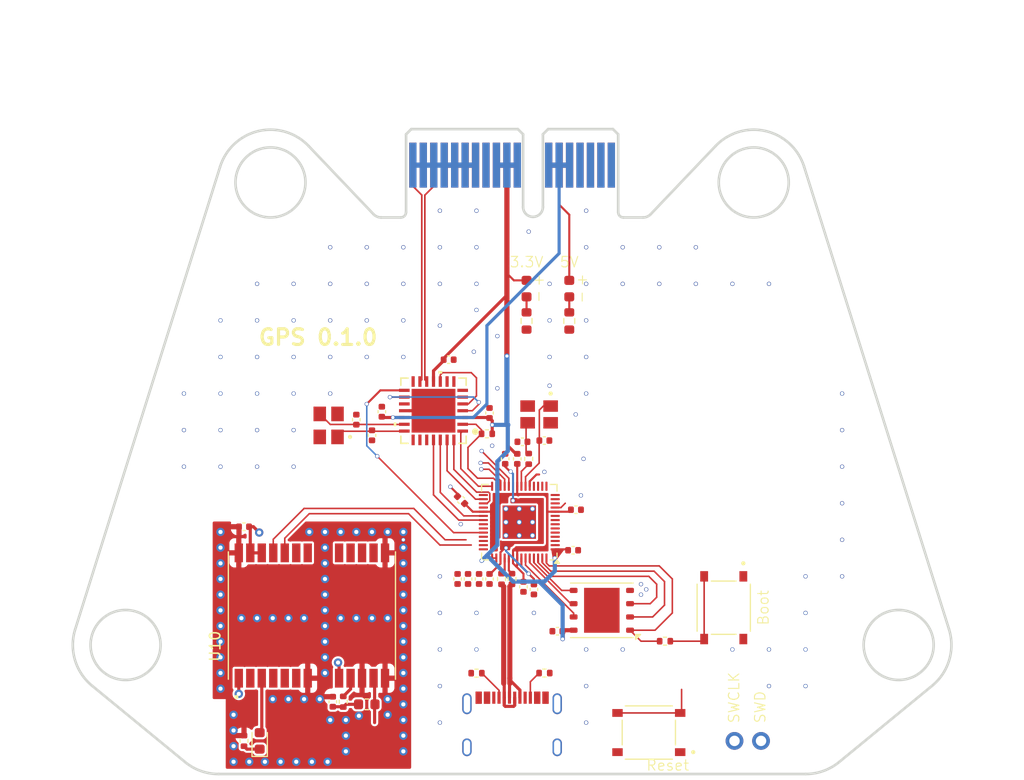
<source format=kicad_pcb>
(kicad_pcb (version 20240108) (generator "pcbnew") (generator_version "8.0")
  (layers (0 "F.Cu" signal) (31 "B.Cu" signal) (34 "B.Paste" user) (35 "F.Paste" user) (36 "B.SilkS" user "B.Silkscreen") (37 "F.SilkS" user "F.Silkscreen") (38 "B.Mask" user) (39 "F.Mask" user) (44 "Edge.Cuts" user))
  (net 0 "")
  (net 1 "+1.1V")
  (net 3 "CANINT")
  (net 4 "/XIN")
  (net 6 "BMPINT")
  (net 7 "BNORESET")
  (net 8 "BNOINT")
  (net 9 "CS")
  (net 10 "CANSTBY")
  (net 12 "GND")
  (net 13 "/USB_D2+")
  (net 14 "USB_D+")
  (net 15 "/XOUT_pre")
  (net 17 "SI")
  (net 18 "SCK")
  (net 19 "SO")
  (net 20 "USB_D-")
  (net 23 "/XOUT")
  (net 26 "OSC1")
  (net 28 "BOOT_LOAD")
  (net 30 "OSC2")
  (net 31 "tx")
  (net 32 "/QSPI_SS")
  (net 33 "/QSPI_SCLK")
  (net 34 "/QSPI_SD1")
  (net 35 "/QSPI_SD0")
  (net 36 "/QSPI_SD3")
  (net 37 "/QSPI_SD2")
  (net 38 "/~{USB_BOOT_S}")
  (net 40 "/USB_D2-")
  (net 41 "+3.3V")
  (net 46 "CANRESET")
  (net 48 "rx")
  (net 52 "+5V")
  (net 53 "/SWD")
  (net 54 "/SWCLK")
  (net 55 "/RUN")
  (net 56 "SDA0")
  (net 57 "SCL0")
  (net 58 "SDA1")
  (net 59 "SCL1")
  (net 60 "unconnected-(U2-GPIO0-Pad2)")
  (net 70 "CANN")
  (net 71 "CANP")
  (net 77 "Net-(D1-K)")
  (net 78 "Net-(D2-K)")
  (net 85 "Net-(J6-CC2)")
  (net 86 "Net-(J6-CC1)")
  (footprint "Package_SON:WSON-8-1EP_6x5mm_P1.27mm_EP3.4x4.3mm" (layer "F.Cu") (at 155 106.75 180)
    (property "Reference" "U4" (hide yes))
    (property "Value" "W25Q128JVP" (hide yes))
  )
  (footprint "Capacitor_SMD:C_0402_1005Metric" (layer "F.Cu") (at 146.905904 92.252137 90)
    (property "Reference" "C214" (hide yes))
    (property "Value" "100n" (hide yes))
  )
  (footprint "Resistor_SMD:R_0402_1005Metric" (layer "F.Cu") (at 148 92.25 90)
    (property "Reference" "R12" (hide yes))
    (property "Value" "1k" (hide yes))
  )
  (footprint "Resistor_SMD:R_0402_1005Metric" (layer "F.Cu") (at 145.400183 103.75 90)
    (property "Reference" "R204" (hide yes))
    (property "Value" "27" (hide yes))
  )
  (footprint "Capacitor_SMD:C_0402_1005Metric" (layer "F.Cu") (at 141.525268 96.188915 135)
    (property "Reference" "C212" (hide yes))
    (property "Value" "100n" (hide yes))
  )
  (footprint "Resistor_SMD:R_0402_1005Metric" (layer "F.Cu") (at 130.25 115.5 -90)
    (property "Reference" "R3")
    (property "Value" "10R")
  )
  (footprint "Capacitor_SMD:C_0402_1005Metric" (layer "F.Cu") (at 145.75 92.25 90)
    (property "Reference" "C207" (hide yes))
    (property "Value" "100n" (hide yes))
  )
  (footprint "X322516MLB4SI:OSC_X322516MLB4SI" (layer "F.Cu") (at 128.85 89.051477 180)
    (property "Reference" "Y2" (hide yes))
    (property "Value" "X322516MLB4SI" (hide yes))
  )
  (footprint "Resistor_SMD:R_0603_1608Metric" (layer "F.Cu") (at 151.885 79.055 -90)
    (property "Reference" "R2" (hide yes))
    (property "Value" "150")
  )
  (footprint "LED_SMD:LED_0603_1608Metric" (layer "F.Cu") (at 147.795 75.955 90)
    (property "Reference" "D1" (hide yes))
    (property "Value" "LED")
  )
  (footprint "Inductor_SMD:L_0603_1608Metric" (layer "F.Cu") (at 132.5 115.75)
    (property "Reference" "L5")
    (property "Value" "27n >300mA")
  )
  (footprint "Resistor_SMD:R_0402_1005Metric" (layer "F.Cu") (at 120.75 119.25 90)
    (property "Reference" "R4")
    (property "Value" "1k")
  )
  (footprint "GPSLIB:XCVR_NEO-M9N-00B" (layer "F.Cu") (at 127.25 107.25 90)
    (property "Reference" "U10")
    (property "Value" "NEO-M9N")
  )
  (footprint "MCP25625T_E_ML:QFN28_6X6MC_MCH" (layer "F.Cu") (at 138.887999 87.644025 180)
    (property "Reference" "U9" (hide yes))
    (property "Value" "MCP25625T-E/ML" (hide yes))
  )
  (footprint "Capacitor_SMD:C_0402_1005Metric" (layer "F.Cu") (at 149.5 90.5)
    (property "Reference" "C10" (hide yes))
    (property "Value" "15p" (hide yes))
  )
  (footprint "Capacitor_SMD:C_0402_1005Metric" (layer "F.Cu") (at 148.5 104.75 -90)
    (property "Reference" "C206" (hide yes))
    (property "Value" "100n" (hide yes))
  )
  (footprint "Capacitor_SMD:C_0402_1005Metric" (layer "F.Cu") (at 152.25 101)
    (property "Reference" "C211" (hide yes))
    (property "Value" "100n" (hide yes))
  )
  (footprint "Resistor_SMD:R_0603_1608Metric" (layer "F.Cu") (at 147.795 79.055 -90)
    (property "Reference" "R1" (hide yes))
    (property "Value" "150")
  )
  (footprint "Capacitor_SMD:C_0402_1005Metric" (layer "F.Cu") (at 144.25 103.75 -90)
    (property "Reference" "C208" (hide yes))
    (property "Value" "1u" (hide yes))
  )
  (footprint "LED_SMD:LED_0603_1608Metric" (layer "F.Cu") (at 151.885 75.955 90)
    (property "Reference" "D2" (hide yes))
    (property "Value" "LED")
  )
  (footprint "TS-1187A-B-A-B:SW_TS-1187A-B-A-B" (layer "F.Cu") (at 159.5 118.45 180)
    (property "Reference" "S2" (hide yes))
    (property "Value" "TS-1187A-B-A-B" (hide yes))
  )
  (footprint "Capacitor_SMD:C_0402_1005Metric" (layer "F.Cu") (at 129.25 115.5 90)
    (property "Reference" "C32")
    (property "Value" "100n 10% 16V X7R")
  )
  (footprint "LED_SMD:LED_0603_1608Metric" (layer "F.Cu") (at 122.25 119.25 90)
    (property "Reference" "D2")
    (property "Value" "BLUE")
  )
  (footprint "Capacitor_SMD:C_0402_1005Metric" (layer "F.Cu") (at 147.401053 90.619624 180)
    (property "Reference" "C11" (hide yes))
    (property "Value" "15p" (hide yes))
  )
  (footprint "Connector_USB:USB_C_Receptacle_Palconn_UTC16-G" (layer "F.Cu") (at 146.41 117.625)
    (property "Reference" "J6" (hide yes))
    (property "Value" "USB_C_Receptacle_USB2.0_16P" (hide yes))
  )
  (footprint "ABM8-272-T3:ABM8-272-T3_ABR" (layer "F.Cu") (at 149 88 -90)
    (property "Reference" "X1" (hide yes))
    (property "Value" "ABM8-272-T3" (hide yes))
  )
  (footprint "Capacitor_SMD:C_0402_1005Metric" (layer "F.Cu") (at 152.523705 97.122962)
    (property "Reference" "C213" (hide yes))
    (property "Value" "100n" (hide yes))
  )
  (footprint "Capacitor_SMD:C_0402_1005Metric" (layer "F.Cu") (at 142.194841 103.749524 -90)
    (property "Reference" "C216" (hide yes))
    (property "Value" "100n" (hide yes))
  )
  (footprint "Capacitor_SMD:C_0402_1005Metric" (layer "F.Cu") (at 141.194841 103.749524 -90)
    (property "Reference" "C215" (hide yes))
    (property "Value" "100n" (hide yes))
  )
  (footprint "Resistor_SMD:R_0402_1005Metric" (layer "F.Cu") (at 144 89.854549 180)
    (property "Reference" "R91" (hide yes))
    (property "Value" "10k" (hide yes))
  )
  (footprint "Capacitor_SMD:C_0402_1005Metric" (layer "F.Cu") (at 143.25 103.75 -90)
    (property "Reference" "C210" (hide yes))
    (property "Value" "1u" (hide yes))
  )
  (footprint "Capacitor_SMD:C_0402_1005Metric" (layer "F.Cu") (at 133.942338 87.740095 90)
    (property "Reference" "C93" (hide yes))
    (property "Value" "100n" (hide yes))
  )
  (footprint "Resistor_SMD:R_0402_1005Metric" (layer "F.Cu") (at 146.400183 103.75 90)
    (property "Reference" "R203" (hide yes))
    (property "Value" "27" (hide yes))
  )
  (footprint "Resistor_SMD:R_0402_1005Metric" (layer "F.Cu") (at 143.005 112.765)
    (property "Reference" "R4" (hide yes))
    (property "Value" "5.1k" (hide yes))
  )
  (footprint "Package_DFN_QFN:QFN-56-1EP_7x7mm_P0.4mm_EP3.2x3.2mm" (layer "F.Cu") (at 147.1 98.3125 180)
    (property "Reference" "U2" (hide yes))
    (property "Value" "RP2040" (hide yes))
  )
  (footprint "Resistor_SMD:R_0402_1005Metric" (layer "F.Cu") (at 161.045 109.705)
    (property "Reference" "R30" (hide yes))
    (property "Value" "1k" (hide yes))
  )
  (footprint "Capacitor_SMD:C_0402_1005Metric" (layer "F.Cu") (at 150.75 108.75 180)
    (property "Reference" "C40" (hide yes))
    (property "Value" "100n" (hide yes))
  )
  (footprint "Resistor_SMD:R_0402_1005Metric" (layer "F.Cu") (at 149.505 112.755)
    (property "Reference" "R3" (hide yes))
    (property "Value" "5.1k" (hide yes))
  )
  (footprint "Capacitor_SMD:C_0402_1005Metric" (layer "F.Cu") (at 140.339105 82.759702)
    (property "Reference" "C90" (hide yes))
    (property "Value" "100n" (hide yes))
  )
  (footprint "Capacitor_SMD:C_0402_1005Metric" (layer "F.Cu") (at 120.75 98.75 180)
    (property "Reference" "C33")
    (property "Value" "100n")
  )
  (footprint "Capacitor_SMD:C_0402_1005Metric" (layer "F.Cu") (at 144.249829 87.861863 90)
    (property "Reference" "C92" (hide yes))
    (property "Value" "100n" (hide yes))
  )
  (footprint "TS-1187A-B-A-B:SW_TS-1187A-B-A-B" (layer "F.Cu") (at 166.67 106.5 -90)
    (property "Reference" "S1" (hide yes))
    (property "Value" "TS-1187A-B-A-B" (hide yes))
  )
  (footprint "Capacitor_SMD:C_0402_1005Metric" (layer "F.Cu") (at 147.5 104.5 -90)
    (property "Reference" "C209" (hide yes))
    (property "Value" "100n" (hide yes))
  )
  (footprint "Connector_PinHeader_2.54mm:PinHeader_1x02_P2.54mm_Vertical" (layer "F.Cu") (at 167.7 119.25 90)
    (property "Reference" "J4" (hide yes))
    (property "Value" "Conn_01x02" (hide yes))
  )
  (footprint "Capacitor_SMD:C_0402_1005Metric" (layer "F.Cu") (at 133 90 -90)
    (property "Reference" "C94" (hide yes))
    (property "Value" "22p" (hide yes))
  )
  (footprint "Capacitor_SMD:C_0402_1005Metric" (layer "F.Cu") (at 131.5 88.5 90)
    (property "Reference" "C95" (hide yes))
    (property "Value" "22p" (hide yes))
  )
  (footprint "Connector_PCBEdge:BUS_PCIexpress_x1" (layer "B.Cu") (at 136.913 64.138595)
    (property "Reference" "J1" (hide yes))
    (property "Value" "Bus_PCI_Express_x1" (hide yes))
    (fp_line (start -0.65 -2.95) (end -0.65 4.506267) (stroke (width 0.25)) (layer "Edge.Cuts"))
    (fp_line (start -0.15 -3.45) (end -0.65 -2.95) (stroke (width 0.25)) (layer "Edge.Cuts"))
    (fp_line (start 10.05 -3.45) (end -0.15 -3.45) (stroke (width 0.25)) (layer "Edge.Cuts"))
    (fp_line (start 10.05 -3.45) (end 10.55 -2.95) (stroke (width 0.25)) (layer "Edge.Cuts"))
    (fp_line (start 10.55 -2.95) (end 10.55 4) (stroke (width 0.25)) (layer "Edge.Cuts"))
    (fp_line (start 12.45 -2.95) (end 12.45 4) (stroke (width 0.25)) (layer "Edge.Cuts"))
    (fp_line (start 12.95 -3.45) (end 12.45 -2.95) (stroke (width 0.25)) (layer "Edge.Cuts"))
    (fp_line (start 19.15 -3.45) (end 12.95 -3.45) (stroke (width 0.25)) (layer "Edge.Cuts"))
    (fp_line (start 19.15 -3.45) (end 19.65 -2.95) (stroke (width 0.25)) (layer "Edge.Cuts"))
    (fp_line (start 19.65 4.506267) (end 19.65 -2.95) (stroke (width 0.25)) (layer "Edge.Cuts"))
    (fp_arc (start 12.45 4) (mid 11.5 4.95) (end 10.55 4) (stroke (width 0.25)) (layer "Edge.Cuts"))
  )
  (gr_line (start 159.678146 68.835513) (end 165.883818 62.312636) (stroke (width 0.25)) (layer "Edge.Cuts"))
  (gr_line (start 133.143972 68.831791) (end 126.941843 62.312637) (stroke (width 0.25)) (layer "Edge.Cuts"))
  (gr_line (start 174.511605 122.419976) (end 118.31403 122.419976) (stroke (width 0.25)) (layer "Edge.Cuts"))
  (gr_circle (center 183.413305 110.068595) (end 180.063305 110.068595) (stroke (width 0.25)) (fill none) (layer "Edge.Cuts"))
  (gr_arc (start 159.678146 68.835513) (mid 159.347804 69.065283) (end 158.95364 69.146243) (stroke (width 0.25)) (layer "Edge.Cuts"))
  (gr_arc (start 188.23235 108.558858) (mid 188.252259 111.513246) (end 186.615928 113.973169) (stroke (width 0.25)) (layer "Edge.Cuts"))
  (gr_line (start 133.87203 69.146243) (end 135.755183 69.146243) (stroke (width 0.25)) (layer "Edge.Cuts"))
  (gr_arc (start 118.31403 122.419976) (mid 116.613396 122.125003) (end 115.111431 121.274551) (stroke (width 0.25)) (layer "Edge.Cuts"))
  (gr_line (start 158.95364 69.146243) (end 157.070478 69.146243) (stroke (width 0.25)) (layer "Edge.Cuts"))
  (gr_line (start 174.361605 64.283721) (end 174.361606 64.283721) (stroke (width 0.25)) (layer "Edge.Cuts"))
  (gr_line (start 186.615928 113.973169) (end 177.714231 121.274549) (stroke (width 0.25)) (layer "Edge.Cuts"))
  (gr_arc (start 133.87203 69.146243) (mid 133.475493 69.064276) (end 133.143972 68.831791) (stroke (width 0.25)) (layer "Edge.Cuts"))
  (gr_arc (start 165.883818 62.312636) (mid 170.686181 60.874652) (end 174.361605 64.283721) (stroke (width 0.25)) (layer "Edge.Cuts"))
  (gr_arc (start 118.464055 64.28372) (mid 122.13948 60.874652) (end 126.941843 62.312637) (stroke (width 0.25)) (layer "Edge.Cuts"))
  (gr_circle (center 109.412355 110.068595) (end 106.062355 110.068595) (stroke (width 0.25)) (fill none) (layer "Edge.Cuts"))
  (gr_arc (start 136.255183 68.646276) (mid 136.108734 68.999813) (end 135.755183 69.146243) (stroke (width 0.25)) (layer "Edge.Cuts"))
  (gr_line (start 174.361606 64.283721) (end 188.23235 108.558858) (stroke (width 0.25)) (layer "Edge.Cuts"))
  (gr_circle (center 169.54256 65.793456) (end 166.19256 65.793456) (stroke (width 0.25)) (fill none) (layer "Edge.Cuts"))
  (gr_circle (center 123.2831 65.793456) (end 119.9331 65.793456) (stroke (width 0.25)) (fill none) (layer "Edge.Cuts"))
  (gr_line (start 106.209767 113.973198) (end 115.111431 121.274551) (stroke (width 0.25)) (layer "Edge.Cuts"))
  (gr_line (start 118.464055 64.28372) (end 118.464054 64.28372) (stroke (width 0.25)) (layer "Edge.Cuts"))
  (gr_arc (start 157.070478 69.146243) (mid 156.716924 68.999796) (end 156.570477 68.646242) (stroke (width 0.25)) (layer "Edge.Cuts"))
  (gr_line (start 118.464054 64.28372) (end 104.588376 108.574607) (stroke (width 0.25)) (layer "Edge.Cuts"))
  (gr_arc (start 106.209767 113.973198) (mid 104.575789 111.521169) (end 104.588376 108.574607) (stroke (width 0.25)) (layer "Edge.Cuts"))
  (gr_arc (start 177.714231 121.274549) (mid 176.212253 122.125005) (end 174.511605 122.419976) (stroke (width 0.25)) (layer "Edge.Cuts"))
  (gr_text "GPS 0.1.0" (at 122 81.5 0) (layer "F.SilkS") (effects (font (size 1.5 1.5) (thickness 0.3) (bold yes)) (justify left bottom)))
  (gr_text "SWCLK" (at 168.24 117.625 90) (layer "F.SilkS") (effects (font (size 1 1) (thickness 0.1)) (justify left bottom)))
  (gr_text "Boot" (at 171.045 106.5 90) (layer "F.SilkS") (effects (font (size 1 1) (thickness 0.1)) (justify bottom)))
  (gr_text "5V" (at 151.885 74 0) (layer "F.SilkS") (effects (font (size 1 1) (thickness 0.1)) (justify bottom)))
  (gr_text "Reset" (at 161.3125 122.175 0) (layer "F.SilkS") (effects (font (size 1 1) (thickness 0.1)) (justify bottom)))
  (gr_text "3.3V" (at 147.795 74 0) (layer "F.SilkS") (effects (font (size 1 1) (thickness 0.1)) (justify bottom)))
  (gr_text "SWD" (at 170.74 117.625 90) (layer "F.SilkS") (effects (font (size 1 1) (thickness 0.1)) (justify left bottom)))
  (segment (start 122.45 113.25) (end 122.45 118.2625) (width 0.3) (layer "F.Cu") (net 0))
  (segment (start 136.5 97.5) (end 139.5 100.5) (width 0.15) (layer "F.Cu") (net 0))
  (segment (start 122.203506 99.303505) (end 121.650001 98.75) (width 0.3) (layer "F.Cu") (net 0))
  (segment (start 130.22 115.98) (end 130.25 116.01) (width 0.3) (layer "F.Cu") (net 0))
  (segment (start 130.95 114.29) (end 130.95 113.25) (width 0.3) (layer "F.Cu") (net 0))
  (segment (start 121.35 101.25) (end 121.35 98.87) (width 0.3) (layer "F.Cu") (net 0))
  (segment (start 122.45 118.2625) (end 122.25 118.4625) (width 0.3) (layer "F.Cu") (net 0))
  (segment (start 120.25 113.25) (end 120.25 114.75) (width 0.3) (layer "F.Cu") (net 0))
  (segment (start 122.45 101.25) (end 121.35 101.25) (width 0.3) (layer "F.Cu") (net 0))
  (segment (start 123.55 99.95) (end 123.55 101.25) (width 0.15) (layer "F.Cu") (net 0))
  (segment (start 133.25 117.5) (end 133.25 113.35) (width 0.3) (layer "F.Cu") (net 0))
  (segment (start 121.35 98.87) (end 121.23 98.75) (width 0.3) (layer "F.Cu") (net 0))
  (segment (start 131.7125 115.75) (end 130.51 115.75) (width 0.3) (layer "F.Cu") (net 0))
  (segment (start 130.51 115.75) (end 130.25 116.01) (width 0.3) (layer "F.Cu") (net 0))
  (segment (start 129.85 111.85) (end 129.75 111.75) (width 0.3) (layer "F.Cu") (net 0))
  (segment (start 140 100) (end 137 97) (width 0.15) (layer "F.Cu") (net 0))
  (segment (start 124.65 101.25) (end 124.65 99.85) (width 0.15) (layer "F.Cu") (net 0))
  (segment (start 137 97) (end 126.5 97) (width 0.15) (layer "F.Cu") (net 0))
  (segment (start 127 97.5) (end 136.5 97.5) (width 0.15) (layer "F.Cu") (net 0))
  (segment (start 121.650001 98.75) (end 121.23 98.75) (width 0.3) (layer "F.Cu") (net 0))
  (segment (start 129.25 115.98) (end 130.22 115.98) (width 0.3) (layer "F.Cu") (net 0))
  (segment (start 126.5 97) (end 123.55 99.95) (width 0.15) (layer "F.Cu") (net 0))
  (segment (start 130.25 114.99) (end 130.95 114.29) (width 0.3) (layer "F.Cu") (net 0))
  (segment (start 133.25 113.35) (end 133.15 113.25) (width 0.3) (layer "F.Cu") (net 0))
  (segment (start 124.65 99.85) (end 127 97.5) (width 0.15) (layer "F.Cu") (net 0))
  (segment (start 129.85 113.25) (end 129.85 111.85) (width 0.3) (layer "F.Cu") (net 0))
  (segment (start 142 100) (end 140 100) (width 0.15) (layer "F.Cu") (net 0))
  (segment (start 139.5 100.5) (end 142.5 100.5) (width 0.15) (layer "F.Cu") (net 0))
  (via (at 122.203506 99.303505) (size 0.8) (drill 0.4) (layers "F.Cu" "B.Cu") (net 0))
  (via (at 120.25 114.75) (size 0.8) (drill 0.4) (layers "F.Cu" "B.Cu") (net 0))
  (via (at 129.75 111.75) (size 0.8) (drill 0.4) (layers "F.Cu" "B.Cu") (net 0))
  (segment (start 145.75 93) (end 145.75 92.73) (width 0.2) (layer "F.Cu") (net 1))
  (segment (start 148 103.25) (end 148.5 103.75) (width 0.2) (layer "F.Cu") (net 1))
  (segment (start 145.3 102.28386) (end 144.31386 103.27) (width 0.2) (layer "F.Cu") (net 1))
  (segment (start 146.278167 93.471833) (end 146.221833 93.471833) (width 0.15) (layer "F.Cu") (net 1))
  (segment (start 148.5 103.75) (end 148.5 104.27) (width 0.2) (layer "F.Cu") (net 1))
  (segment (start 145.716508 100.783492) (end 145.830177 100.783492) (width 0.2) (layer "F.Cu") (net 1))
  (segment (start 146.278167 93.471833) (end 146.5 93.693666) (width 0.15) (layer "F.Cu") (net 1))
  (segment (start 147.3 101.75) (end 147.3 102.55) (width 0.2) (layer "F.Cu") (net 1))
  (segment (start 145.3 101.75) (end 145.3 102.28386) (width 0.2) (layer "F.Cu") (net 1))
  (segment (start 144.31386 103.27) (end 144.25 103.27) (width 0.2) (layer "F.Cu") (net 1))
  (segment (start 146.221833 93.471833) (end 145.75 93) (width 0.2) (layer "F.Cu") (net 1))
  (segment (start 147.3 102.55) (end 148 103.25) (width 0.2) (layer "F.Cu") (net 1))
  (segment (start 145.3 101.2) (end 145.716508 100.783492) (width 0.2) (layer "F.Cu") (net 1))
  (segment (start 146.5 93.693666) (end 146.5 94.875) (width 0.15) (layer "F.Cu") (net 1))
  (segment (start 145.3 101.75) (end 145.3 101.2) (width 0.2) (layer "F.Cu") (net 1))
  (via (at 146.5 96.25) (size 0.4) (drill 0.3) (layers "F.Cu" "B.Cu") (net 1))
  (via (at 148 103.25) (size 0.4) (drill 0.3) (layers "F.Cu" "B.Cu") (net 1))
  (via (at 146.278167 93.471833) (size 0.4) (drill 0.3) (layers "F.Cu" "B.Cu") (net 1))
  (via (at 145.830177 100.783492) (size 0.4) (drill 0.3) (layers "F.Cu" "B.Cu") (net 1))
  (segment (start 146.5 93.693666) (end 146.278167 93.471833) (width 0.2) (layer "B.Cu") (net 1))
  (segment (start 145.830177 100.783492) (end 145.830177 101.080177) (width 0.2) (layer "B.Cu") (net 1))
  (segment (start 146.5 96.25) (end 146.5 93.693666) (width 0.2) (layer "B.Cu") (net 1))
  (segment (start 145.830177 101.080177) (end 148 103.25) (width 0.2) (layer "B.Cu") (net 1))
  (segment (start 138.887999 95.696007) (end 141.304492 98.1125) (width 0.15) (layer "F.Cu") (net 3))
  (segment (start 141.304492 98.1125) (end 143.6625 98.1125) (width 0.15) (layer "F.Cu") (net 3))
  (segment (start 138.887999 90.438025) (end 138.887999 95.696007) (width 0.15) (layer "F.Cu") (net 3))
  (segment (start 149.02 90.5) (end 149.02 87.580001) (width 0.15) (layer "F.Cu") (net 4))
  (segment (start 149.02 87.580001) (end 149.400002 87.199999) (width 0.15) (layer "F.Cu") (net 4))
  (segment (start 149 90.52) (end 149 92.663247) (width 0.15) (layer "F.Cu") (net 4))
  (segment (start 149.400002 87.199999) (end 150.1 87.199999) (width 0.15) (layer "F.Cu") (net 4))
  (segment (start 147.7 93.963247) (end 147.7 94.875) (width 0.15) (layer "F.Cu") (net 4))
  (segment (start 149 92.663247) (end 147.7 93.963247) (width 0.15) (layer "F.Cu") (net 4))
  (segment (start 149.02 90.5) (end 149 90.52) (width 0.15) (layer "F.Cu") (net 4))
  (segment (start 141.5 89.776025) (end 141.5 93.188949) (width 0.15) (layer "F.Cu") (net 9))
  (segment (start 143.186051 94.875) (end 144.5 94.875) (width 0.15) (layer "F.Cu") (net 9))
  (segment (start 141.681999 89.594026) (end 141.5 89.776025) (width 0.15) (layer "F.Cu") (net 9))
  (segment (start 141.5 93.188949) (end 143.186051 94.875) (width 0.15) (layer "F.Cu") (net 9))
  (segment (start 132.5 87) (end 133.805976 85.694024) (width 0.2) (layer "F.Cu") (net 10))
  (segment (start 133.5 92) (end 140.8125 99.3125) (width 0.15) (layer "F.Cu") (net 10))
  (segment (start 133.805976 85.694024) (end 136.093999 85.694024) (width 0.2) (layer "F.Cu") (net 10))
  (segment (start 140.8125 99.3125) (end 143.6625 99.3125) (width 0.15) (layer "F.Cu") (net 10))
  (via (at 133.5 92) (size 0.4) (drill 0.3) (layers "F.Cu" "B.Cu") (net 10))
  (via (at 132.5 87) (size 0.4) (drill 0.3) (layers "F.Cu" "B.Cu") (net 10))
  (segment (start 132.5 87) (end 132.5 91) (width 0.15) (layer "B.Cu") (net 10))
  (segment (start 132.5 91) (end 133.5 92) (width 0.15) (layer "B.Cu") (net 10))
  (segment (start 146.772137 91.772137) (end 146 91) (width 0.3) (layer "F.Cu") (net 12))
  (segment (start 148.1 86.949999) (end 147.95 86.949999) (width 0.15) (layer "F.Cu") (net 12))
  (segment (start 142.913 64.138595) (end 139.913 64.138595) (width 0.5) (layer "F.Cu") (net 12))
  (segment (start 146.905904 91.772137) (end 146.772137 91.772137) (width 0.3) (layer "F.Cu") (net 12))
  (segment (start 141.185857 95.849504) (end 141.185857 95.607337) (width 0.2) (layer "F.Cu") (net 12))
  (segment (start 138.407065 89.186934) (end 138.407065 88.957723) (width 0.2) (layer "F.Cu") (net 12))
  (segment (start 141.185857 95.607337) (end 140.5 94.92148) (width 0.2) (layer "F.Cu") (net 12))
  (segment (start 136.605075 87.644025) (end 139.399075 87.644025) (width 0.3) (layer "F.Cu") (net 12))
  (segment (start 148.75 93.75) (end 149 93.75) (width 0.2) (layer "F.Cu") (net 12))
  (segment (start 148.1 94.875) (end 148.1 94.4) (width 0.2) (layer "F.Cu") (net 12))
  (segment (start 148.1 94.4) (end 148.75 93.75) (width 0.2) (layer "F.Cu") (net 12))
  (via (at 153 95.75) (size 0.4) (drill 0.3) (layers "F.Cu" "B.Cu") (net 12))
  (via (at 134.5 115.25) (size 0.8) (drill 0.4) (layers "F.Cu" "B.Cu") (net 12))
  (via (at 149.5 93.5) (size 0.4) (drill 0.3) (layers "F.Cu" "B.Cu") (net 12))
  (via (at 118.5 108.25) (size 0.8) (drill 0.4) (layers "F.Cu" "B.Cu") (net 12))
  (via (at 158.75 104.25) (size 0.4) (drill 0.3) (layers "F.Cu" "B.Cu") (net 12))
  (via (at 143 72) (size 0.4) (drill 0.3) (layers "F.Cu" "B.Cu") (net 12))
  (via (at 140.5 94.92148) (size 0.4) (drill 0.3) (layers "F.Cu" "B.Cu") (net 12))
  (via (at 171 75.5) (size 0.4) (drill 0.3) (layers "F.Cu" "B.Cu") (net 12))
  (via (at 139.5 72) (size 0.4) (drill 0.3) (layers "F.Cu" "B.Cu") (net 12))
  (via (at 123.5 107.5) (size 0.8) (drill 0.4) (layers "F.Cu" "B.Cu") (net 12))
  (via (at 130.5 118.75) (size 0.8) (drill 0.4) (layers "F.Cu" "B.Cu") (net 12))
  (via (at 153.5 110.5) (size 0.4) (drill 0.3) (layers "F.Cu" "B.Cu") (net 12))
  (via (at 118.5 99.25) (size 0.8) (drill 0.4) (layers "F.Cu" "B.Cu") (net 12))
  (via (at 160.5 75.5) (size 0.4) (drill 0.3) (layers "F.Cu" "B.Cu") (net 12))
  (via (at 122 75.5) (size 0.4) (drill 0.3) (layers "F.Cu" "B.Cu") (net 12))
  (via (at 136 115.75) (size 0.8) (drill 0.4) (layers "F.Cu" "B.Cu") (net 12))
  (via (at 129 79) (size 0.4) (drill 0.3) (layers "F.Cu" "B.Cu") (net 12))
  (via (at 133 99.25) (size 0.8) (drill 0.4) (layers "F.Cu" "B.Cu") (net 12))
  (via (at 178 103.5) (size 0.4) (drill 0.3) (layers "F.Cu" "B.Cu") (net 12))
  (via (at 143 68.5) (size 0.4) (drill 0.3) (layers "F.Cu" "B.Cu") (net 12))
  (via (at 136 79) (size 0.4) (drill 0.3) (layers "F.Cu" "B.Cu") (net 12))
  (via (at 144.5 91) (size 0.4) (drill 0.3) (layers "F.Cu" "B.Cu") (net 12))
  (via (at 118.5 105.25) (size 0.8) (drill 0.4) (layers "F.Cu" "B.Cu") (net 12))
  (via (at 122 86) (size 0.4) (drill 0.3) (layers "F.Cu" "B.Cu") (net 12))
  (via (at 174.5 114) (size 0.4) (drill 0.3) (layers "F.Cu" "B.Cu") (net 12))
  (via (at 145.818053 99.587234) (size 0.5) (drill 0.35) (layers "F.Cu" "B.Cu") (net 12))
  (via (at 126.5 115.25) (size 0.8) (drill 0.4) (layers "F.Cu" "B.Cu") (net 12))
  (via (at 148.5 110.5) (size 0.4) (drill 0.3) (layers "F.Cu" "B.Cu") (net 12))
  (via (at 136 75.5) (size 0.4) (drill 0.3) (layers "F.Cu" "B.Cu") (net 12))
  (via (at 125 107.5) (size 0.8) (drill 0.4) (layers "F.Cu" "B.Cu") (net 12))
  (via (at 130.5 117.25) (size 0.8) (drill 0.4) (layers "F.Cu" "B.Cu") (net 12))
  (via (at 136 100) (size 0.4) (drill 0.3) (layers "F.Cu" "B.Cu") (net 12))
  (via (at 125.5 93) (size 0.4) (drill 0.3) (layers "F.Cu" "B.Cu") (net 12))
  (via (at 118.5 106.75) (size 0.8) (drill 0.4) (layers "F.Cu" "B.Cu") (net 12))
  (via (at 127.25 121.25) (size 0.8) (drill 0.4) (layers "F.Cu" "B.Cu") (net 12))
  (via (at 118.5 112.75) (size 0.8) (drill 0.4) (layers "F.Cu" "B.Cu") (net 12))
  (via (at 171 110.5) (size 0.4) (drill 0.3) (layers "F.Cu" "B.Cu") (net 12))
  (via (at 119.75 118.25) (size 0.8) (drill 0.4) (layers "F.Cu" "B.Cu") (net 12))
  (via (at 150 79) (size 0.4) (drill 0.3) (layers "F.Cu" "B.Cu") (net 12))
  (via (at 122 93) (size 0.4) (drill 0.3) (layers "F.Cu" "B.Cu") (net 12))
  (via (at 178 100) (size 0.4) (drill 0.3) (layers "F.Cu" "B.Cu") (net 12))
  (via (at 153.5 68.5) (size 0.4) (drill 0.3) (layers "F.Cu" "B.Cu") (net 12))
  (via (at 147.093053 99.587234) (size 0.5) (drill 0.35) (layers "F.Cu" "B.Cu") (net 12))
  (via (at 148.5 107) (size 0.4) (drill 0.3) (layers "F.Cu" "B.Cu") (net 12))
  (via (at 136 100.75) (size 0.8) (drill 0.4) (layers "F.Cu" "B.Cu") (net 12))
  (via (at 118.5 89.5) (size 0.4) (drill 0.3) (layers "F.Cu" "B.Cu") (net 12))
  (via (at 126.5 107.5) (size 0.8) (drill 0.4) (layers "F.Cu" "B.Cu") (net 12))
  (via (at 129 86) (size 0.4) (drill 0.3) (layers "F.Cu" "B.Cu") (net 12))
  (via (at 139.5 114) (size 0.4) (drill 0.3) (layers "F.Cu" "B.Cu") (net 12))
  (via (at 128.5 109.75) (size 0.8) (drill 0.4) (layers "F.Cu" "B.Cu") (net 12))
  (via (at 153.5 75.5) (size 0.4) (drill 0.3) (layers "F.Cu" "B.Cu") (net 12))
  (via (at 125 115.25) (size 0.8) (drill 0.4) (layers "F.Cu" "B.Cu") (net 12))
  (via (at 145.818053 98.312234) (size 0.5) (drill 0.35) (layers "F.Cu" "B.Cu") (net 12))
  (via (at 122 82.5) (size 0.4) (drill 0.3) (layers "F.Cu" "B.Cu") (net 12))
  (via (at 148.368053 98.312234) (size 0.5) (drill 0.35) (layers "F.Cu" "B.Cu") (net 12))
  (via (at 145 80.5) (size 0.4) (drill 0.3) (layers "F.Cu" "B.Cu") (net 12))
  (via (at 136 112.75) (size 0.8) (drill 0.4) (layers "F.Cu" "B.Cu") (net 12))
  (via (at 164 72) (size 0.4) (drill 0.3) (layers "F.Cu" "B.Cu") (net 12))
  (via (at 178 96.5) (size 0.4) (drill 0.3) (layers "F.Cu" "B.Cu") (net 12))
  (via (at 128.5 108.25) (size 0.8) (drill 0.4) (layers "F.Cu" "B.Cu") (net 12))
  (via (at 136 109.75) (size 0.8) (drill 0.4) (layers "F.Cu" "B.Cu") (net 12))
  (via (at 153.5 86) (size 0.4) (drill 0.3) (layers "F.Cu" "B.Cu") (net 12))
  (via (at 153.25 92.25) (size 0.4) (drill 0.3) (layers "F.Cu" "B.Cu") (net 12))
  (via (at 125.75 121.25) (size 0.8) (drill 0.4) (layers "F.Cu" "B.Cu") (net 12))
  (via (at 136 103.75) (size 0.8) (drill 0.4) (layers "F.Cu" "B.Cu") (net 12))
  (via (at 132.5 72) (size 0.4) (drill 0.3) (layers "F.Cu" "B.Cu") (net 12))
  (via (at 143 78) (size 0.4) (drill 0.3) (layers "F.Cu" "B.Cu") (net 12))
  (via (at 153.5 72) (size 0.4) (drill 0.3) (layers "F.Cu" "B.Cu") (net 12))
  (via (at 157 75.5) (size 0.4) (drill 0.3) (layers "F.Cu" "B.Cu") (net 12))
  (via (at 129 82.5) (size 0.4) (drill 0.3) (layers "F.Cu" "B.Cu") (net 12))
  (via (at 122 89.5) (size 0.4) (drill 0.3) (layers "F.Cu" "B.Cu") (net 12))
  (via (at 174.5 110.5) (size 0.4) (drill 0.3) (layers "F.Cu" "B.Cu") (net 12))
  (via (at 164 75.5) (size 0.4) (drill 0.3) (layers "F.Cu" "B.Cu") (net 12))
  (via (at 127 99.25) (size 0.8) (drill 0.4) (layers "F.Cu" "B.Cu") (net 12))
  (via (at 136 108.25) (size 0.8) (drill 0.4) (layers "F.Cu" "B.Cu") (net 12))
  (via (at 123.5 115.25) (size 0.8) (drill 0.4) (layers "F.Cu" "B.Cu") (net 12))
  (via (at 153.5 79) (size 0.4) (drill 0.3) (layers "F.Cu" "B.Cu") (net 12))
  (via (at 118.5 86) (size 0.4) (drill 0.3) (layers "F.Cu" "B.Cu") (net 12))
  (via (at 158.75 105.25) (size 0.4) (drill 0.3) (layers "F.Cu" "B.Cu") (net 12))
  (via (at 119.75 121.25) (size 0.8) (drill 0.4) (layers "F.Cu" "B.Cu") (net 12))
  (via (at 128.5 99.25) (size 0.8) (drill 0.4) (layers "F.Cu" "B.Cu") (net 12))
  (via (at 128.5 102.25) (size 0.8) (drill 0.4) (layers "F.Cu" "B.Cu") (net 12))
  (via (at 129 117.25) (size 0.8) (drill 0.4) (layers "F.Cu" "B.Cu") (net 12))
  (via (at 157 72) (size 0.4) (drill 0.3) (layers "F.Cu" "B.Cu") (net 12))
  (via (at 141.5 98.5) (size 0.4) (drill 0.3) (layers "F.Cu" "B.Cu") (net 12))
  (via (at 136 99.25) (size 0.8) (drill 0.4) (layers "F.Cu" "B.Cu") (net 12))
  (via (at 130 99.25) (size 0.8) (drill 0.4) (layers "F.Cu" "B.Cu") (net 12))
  (via (at 178 89.5) (size 0.4) (drill 0.3) (layers "F.Cu" "B.Cu") (net 12))
  (via (at 129 72) (size 0.4) (drill 0.3) (layers "F.Cu" "B.Cu") (net 12))
  (via (at 119.75 116.75) (size 0.8) (drill 0.4) (layers "F.Cu" "B.Cu") (net 12))
  (via (at 122 79) (size 0.4) (drill 0.3) (layers "F.Cu" "B.Cu") (net 12))
  (via (at 130 107.5) (size 0.8) (drill 0.4) (layers "F.Cu" "B.Cu") (net 12))
  (via (at 136 118.75) (size 0.8) (drill 0.4) (layers "F.Cu" "B.Cu") (net 12))
  (via (at 136 114.25) (size 0.8) (drill 0.4) (layers "F.Cu" "B.Cu") (net 12))
  (via (at 131.75 116.85) (size 0.8) (drill 0.4) (layers "F.Cu" "B.Cu") (net 12))
  (via (at 131.5 107.5) (size 0.8) (drill 0.4) (layers "F.Cu" "B.Cu") (net 12))
  (via (at 178 86) (size 0.4) (drill 0.3) (layers "F.Cu" "B.Cu") (net 12))
  (via (at 145.818053 97.037234) (size 0.5) (drill 0.35) (layers "F.Cu" "B.Cu") (net 12))
  (via (at 143 110.5) (size 0.4) (drill 0.3) (layers "F.Cu" "B.Cu") (net 12))
  (via (at 139.5 79.5) (size 0.4) (drill 0.3) (layers "F.Cu" "B.Cu") (net 12))
  (via (at 150 85.25) (size 0.4) (drill 0.3) (layers "F.Cu" "B.Cu") (net 12))
  (via (at 136 102.25) (size 0.8) (drill 0.4) (layers "F.Cu" "B.Cu") (net 12))
  (via (at 132.5 82.5) (size 0.4) (drill 0.3) (layers "F.Cu" "B.Cu") (net 12))
  (via (at 130.5 120.25) (size 0.8) (drill 0.4) (layers "F.Cu" "B.Cu") (net 12))
  (via (at 150 75.5) (size 0.4) (drill 0.3) (layers "F.Cu" "B.Cu") (net 12))
  (via (at 118.5 102.25) (size 0.8) (drill 0.4) (layers "F.Cu" "B.Cu") (net 12))
  (via (at 115 89.5) (size 0.4) (drill 0.3) (layers "F.Cu" "B.Cu") (net 12))
  (via (at 134.5 116.75) (size 0.8) (drill 0.4) (layers "F.Cu" "B.Cu") (net 12))
  (via (at 115 86) (size 0.4) (drill 0.3) (layers "F.Cu" "B.Cu") (net 12))
  (via (at 122 107.5) (size 0.8) (drill 0.4) (layers "F.Cu" "B.Cu") (net 12))
  (via (at 143 107) (size 0.4) (drill 0.3) (layers "F.Cu" "B.Cu") (net 12))
  (via (at 128.75 121.25) (size 0.8) (drill 0.4) (layers "F.Cu" "B.Cu") (net 12))
  (via (at 159.25 104.75) (size 0.4) (drill 0.3) (layers "F.Cu" "B.Cu") (net 12))
  (via (at 139.5 117.5) (size 0.4) (drill 0.3) (layers "F.Cu" "B.Cu") (net 12))
  (via (at 118.5 100.75) (size 0.8) (drill 0.4) (layers "F.Cu" "B.Cu") (net 12))
  (via (at 128.5 106.75) (size 0.8) (drill 0.4) (layers "F.Cu" "B.Cu") (net 12))
  (via (at 119.75 119.75) (size 0.8) (drill 0.4) (layers "F.Cu" "B.Cu") (net 12))
  (via (at 128.5 103.75) (size 0.8) (drill 0.4) (layers "F.Cu" "B.Cu") (net 12))
  (via (at 131.5 99.25) (size 0.8) (drill 0.4) (layers "F.Cu" "B.Cu") (net 12))
  (via (at 136 72) (size 0.4) (drill 0.3) (layers "F.Cu" "B.Cu") (net 12))
  (via (at 157 110.5) (size 0.4) (drill 0.3) (layers "F.Cu" "B.Cu") (net 12))
  (via (at 153.5 114) (size 0.4) (drill 0.3) (layers "F.Cu" "B.Cu") (net 12))
  (via (at 147.093053 97.037234) (size 0.5) (drill 0.35) (layers "F.Cu" "B.Cu") (net 12))
  (via (at 147.093053 98.312234) (size 0.5) (drill 0.35) (layers "F.Cu" "B.Cu") (net 12))
  (via (at 136 82.5) (size 0.4) (drill 0.3) (layers "F.Cu" "B.Cu") (net 12))
  (via (at 148.368053 97.037234) (size 0.5) (drill 0.35) (layers "F.Cu" "B.Cu") (net 12))
  (via (at 132.5 75.5) (size 0.4) (drill 0.3) (layers "F.Cu" "B.Cu") (net 12))
  (via (at 136 106.75) (size 0.8) (drill 0.4) (layers "F.Cu" "B.Cu") (net 12))
  (via (at 178 93) (size 0.4) (drill 0.3) (layers "F.Cu" "B.Cu") (net 12))
  (via (at 125.5 82.5) (size 0.4) (drill 0.3) (layers "F.Cu" "B.Cu") (net 12))
  (via (at 125.5 89.5) (size 0.4) (drill 0.3) (layers "F.Cu" "B.Cu") (net 12))
  (via (at 139.5 103.5) (size 0.4) (drill 0.3) (layers "F.Cu" "B.Cu") (net 12))
  (via (at 150 82.5) (size 0.4) (drill 0.3) (layers "F.Cu" "B.Cu") (net 12))
  (via (at 139.5 75.5) (size 0.4) (drill 0.3) (layers "F.Cu" "B.Cu") (net 12))
  (via (at 174.5 103.5) (size 0.4) (drill 0.3) (layers "F.Cu" "B.Cu") (net 12))
  (via (at 128.5 105.25) (size 0.8) (drill 0.4) (layers "F.Cu" "B.Cu") (net 12))
  (via (at 121.25 121.25) (size 0.8) (drill 0.4) (layers "F.Cu" "B.Cu") (net 12))
  (via (at 167.5 110.5) (size 0.4) (drill 0.3) (layers "F.Cu" "B.Cu") (net 12))
  (via (at 153.5 117.5) (size 0.4) (drill 0.3) (layers "F.Cu" "B.Cu") (net 12))
  (via (at 136 111.25) (size 0.8) (drill 0.4) (layers "F.Cu" "B.Cu") (net 12))
  (via (at 125.5 75.5) (size 0.4) (drill 0.3) (layers "F.Cu" "B.Cu") (net 12))
  (via (at 118.5 82.5) (size 0.4) (drill 0.3) (layers "F.Cu" "B.Cu") (net 12))
  (via (at 134.5 107.5) (size 0.8) (drill 0.4) (layers "F.Cu" "B.Cu") (net 12))
  (via (at 136 105.25) (size 0.8) (drill 0.4) (layers "F.Cu" "B.Cu") (net 12))
  (via (at 118.5 103.75) (size 0.8) (drill 0.4) (layers "F.Cu" "B.Cu") (net 12))
  (via (at 160.5 72) (size 0.4) (drill 0.3) (layers "F.Cu" "B.Cu") (net 12))
  (via (at 122.75 121.25) (size 0.8) (drill 0.4) (layers "F.Cu" "B.Cu") (net 12))
  (via (at 128.5 111.25) (size 0.8) (drill 0.4) (layers "F.Cu" "B.Cu") (net 12))
  (via (at 133 107.5) (size 0.8) (drill 0.4) (layers "F.Cu" "B.Cu") (net 12))
  (via (at 128.5 112.75) (size 0.8) (drill 0.4) (layers "F.Cu" "B.Cu") (net 12))
  (via (at 118.5 111.25) (size 0.8) (drill 0.4) (layers "F.Cu" "B.Cu") (net 12))
  (via (at 115 93) (size 0.4) (drill 0.3) (layers "F.Cu" "B.Cu") (net 12))
  (via (at 125.5 86) (size 0.4) (drill 0.3) (layers "F.Cu" "B.Cu") (net 12))
  (via (at 171 114) (size 0.4) (drill 0.3) (layers "F.Cu" "B.Cu") (net 12))
  (via (at 132.5 79) (size 0.4) (drill 0.3) (layers "F.Cu" "B.Cu") (net 12))
  (via (at 118.5 79) (size 0.4) (drill 0.3) (layers "F.Cu" "B.Cu") (net 12))
  (via (at 120.5 107.5) (size 0.8) (drill 0.4) (layers "F.Cu" "B.Cu") (net 12))
  (via (at 143 75.5) (size 0.4) (drill 0.3) (layers "F.Cu" "B.Cu") (net 12))
  (via (at 153.5 82.5) (size 0.4) (drill 0.3) (layers "F.Cu" "B.Cu") (net 12))
  (via (at 129 75.5) (size 0.4) (drill 0.3) (layers "F.Cu" "B.Cu") (net 12))
  (via (at 128.5 100.75) (size 0.8) (drill 0.4) (layers "F.Cu" "B.Cu") (net 12))
  (via (at 134.5 99.25) (size 0.8) (drill 0.4) (layers "F.Cu" "B.Cu") (net 12))
  (via (at 142.75 82) (size 0.4) (drill 0.3) (layers "F.Cu" "B.Cu") (net 12))
  (via (at 139.5 107) (size 0.4) (drill 0.3) (layers "F.Cu" "B.Cu") (net 12))
  (via (at 174.5 107) (size 0.4) (drill 0.3) (layers "F.Cu" "B.Cu") (net 12))
  (via (at 118.5 93) (size 0.4) (drill 0.3) (layers "F.Cu" "B.Cu") (net 12))
  (via (at 139.5 110.5) (size 0.4) (drill 0.3) (layers "F.Cu" "B.Cu") (net 12))
  (via (at 118.5 109.75) (size 0.8) (drill 0.4) (layers "F.Cu" "B.Cu") (net 12))
  (via (at 148 70.5) (size 0.4) (drill 0.3) (layers "F.Cu" "B.Cu") (net 12))
  (via (at 136 120.25) (size 0.8) (drill 0.4) (layers "F.Cu" "B.Cu") (net 12))
  (via (at 124.25 121.25) (size 0.8) (drill 0.4) (layers "F.Cu" "B.Cu") (net 12))
  (via (at 118.5 114.25) (size 0.8) (drill 0.4) (layers "F.Cu" "B.Cu") (net 12))
  (via (at 167.5 75.5) (size 0.4) (drill 0.3) (layers "F.Cu" "B.Cu") (net 12))
  (via (at 145 85.5) (size 0.4) (drill 0.3) (layers "F.Cu" "B.Cu") (net 12))
  (via (at 148.368053 99.587234) (size 0.5) (drill 0.35) (layers "F.Cu" "B.Cu") (net 12))
  (via (at 152.5 88) (size 0.4) (drill 0.3) (layers "F.Cu" "B.Cu") (net 12))
  (via (at 136 117.25) (size 0.8) (drill 0.4) (layers "F.Cu" "B.Cu") (net 12))
  (via (at 128 115.25) (size 0.8) (drill 0.4) (layers "F.Cu" "B.Cu") (net 12))
  (via (at 125.5 79) (size 0.4) (drill 0.3) (layers "F.Cu" "B.Cu") (net 12))
  (via (at 139.5 68.5) (size 0.4) (drill 0.3) (layers "F.Cu" "B.Cu") (net 12))
  (segment (start 142.913 64.138595) (end 136.913 64.138595) (width 0.5) (layer "B.Cu") (net 12))
  (segment (start 146.1 101.75) (end 146.1 102.939817) (width 0.2) (layer "F.Cu") (net 13))
  (segment (start 146.1 102.939817) (end 146.400183 103.24) (width 0.2) (layer "F.Cu") (net 13))
  (segment (start 146.955116 114.180116) (end 147.16 114.385) (width 0.3) (layer "F.Cu") (net 14))
  (segment (start 146.193683 113.25) (end 146.193683 113.418683) (width 0.3) (layer "F.Cu") (net 14))
  (segment (start 146.193683 113.418683) (end 146.955116 114.180116) (width 0.3) (layer "F.Cu") (net 14))
  (segment (start 147.16 114.385) (end 147.16 115.115) (width 0.3) (layer "F.Cu") (net 14))
  (segment (start 146.193683 113.25) (end 146.193683 113.75) (width 0.487) (layer "F.Cu") (net 14))
  (segment (start 146.400183 104.26) (end 146.193683 104.4665) (width 0.487) (layer "F.Cu") (net 14))
  (segment (start 146.193683 104.4665) (end 146.193683 113.25) (width 0.487) (layer "F.Cu") (net 14))
  (segment (start 146.164408 115.121878) (end 146.164408 113.810195) (width 0.3) (layer "F.Cu") (net 14))
  (segment (start 147.9 88.800001) (end 147.75 88.950001) (width 0.15) (layer "F.Cu") (net 15))
  (segment (start 147.75 88.950001) (end 147.75 91.74) (width 0.15) (layer "F.Cu") (net 15))
  (segment (start 143.6625 96.1125) (end 142.908947 96.1125) (width 0.15) (layer "F.Cu") (net 17))
  (segment (start 142.908947 96.1125) (end 140.187999 93.391552) (width 0.15) (layer "F.Cu") (net 17))
  (segment (start 140.187999 93.391552) (end 140.187999 90.438025) (width 0.15) (layer "F.Cu") (net 17))
  (segment (start 139.537998 95.462768) (end 141.78773 97.7125) (width 0.15) (layer "F.Cu") (net 18))
  (segment (start 139.537998 90.438025) (end 139.537998 95.462768) (width 0.15) (layer "F.Cu") (net 18))
  (segment (start 141.78773 97.7125) (end 143.6625 97.7125) (width 0.15) (layer "F.Cu") (net 18))
  (segment (start 140.837998 90.438025) (end 140.837998 93.262997) (width 0.15) (layer "F.Cu") (net 19))
  (segment (start 144.144584 95.4375) (end 144.275 95.567916) (width 0.15) (layer "F.Cu") (net 19))
  (segment (start 144.275 96.257084) (end 144.019584 96.5125) (width 0.15) (layer "F.Cu") (net 19))
  (segment (start 144.275 95.567916) (end 144.275 96.257084) (width 0.15) (layer "F.Cu") (net 19))
  (segment (start 144.019584 96.5125) (end 143.6625 96.5125) (width 0.15) (layer "F.Cu") (net 19))
  (segment (start 143.012501 95.4375) (end 144.144584 95.4375) (width 0.15) (layer "F.Cu") (net 19))
  (segment (start 140.837998 93.262997) (end 143.012501 95.4375) (width 0.15) (layer "F.Cu") (net 19))
  (segment (start 145.606683 104.4665) (end 145.606683 113.75) (width 0.487) (layer "F.Cu") (net 20))
  (segment (start 146.56 115.945) (end 146.66 115.845) (width 0.3) (layer "F.Cu") (net 20))
  (segment (start 145.66 115.845) (end 145.76 115.945) (width 0.3) (layer "F.Cu") (net 20))
  (segment (start 145.66 115.115) (end 145.66 113.803317) (width 0.3) (layer "F.Cu") (net 20))
  (segment (start 145.400183 104.26) (end 145.606683 104.4665) (width 0.487) (layer "F.Cu") (net 20))
  (segment (start 145.66 115.115) (end 145.66 115.845) (width 0.3) (layer "F.Cu") (net 20))
  (segment (start 145.76 115.945) (end 146.56 115.945) (width 0.3) (layer "F.Cu") (net 20))
  (segment (start 146.66 115.845) (end 146.66 115.115) (width 0.3) (layer "F.Cu") (net 20))
  (segment (start 147.99 92.76) (end 147.3 93.45) (width 0.15) (layer "F.Cu") (net 23))
  (segment (start 147.3 93.45) (end 147.3 94.875) (width 0.15) (layer "F.Cu") (net 23))
  (segment (start 130.242278 89.609199) (end 136.224938 89.609199) (width 0.15) (layer "F.Cu") (net 26))
  (segment (start 129.7 90.151477) (end 130.242278 89.609199) (width 0.15) (layer "F.Cu") (net 26))
  (segment (start 151.0875 96.9125) (end 150.5375 96.9125) (width 0.15) (layer "F.Cu") (net 28))
  (segment (start 151.5 96.5) (end 151.0875 96.9125) (width 0.15) (layer "F.Cu") (net 28))
  (segment (start 128 87.951477) (end 129.007723 88.9592) (width 0.15) (layer "F.Cu") (net 30))
  (segment (start 129.007723 88.9592) (end 136.224938 88.9592) (width 0.15) (layer "F.Cu") (net 30))
  (segment (start 134.717362 86.344698) (end 134.718035 86.344025) (width 0.2) (layer "F.Cu") (net 31))
  (segment (start 142.606729 87.644025) (end 141.681999 87.644025) (width 0.15) (layer "F.Cu") (net 31))
  (segment (start 143.224727 87.026027) (end 142.606729 87.644025) (width 0.15) (layer "F.Cu") (net 31))
  (segment (start 143.224727 86.836236) (end 143.224727 87.026027) (width 0.15) (layer "F.Cu") (net 31))
  (segment (start 134.718035 86.344025) (end 136.093999 86.344025) (width 0.15) (layer "F.Cu") (net 31))
  (via (at 134.717362 86.344698) (size 0.4) (drill 0.3) (layers "F.Cu" "B.Cu") (net 31))
  (via (at 143.224727 86.836236) (size 0.4) (drill 0.3) (layers "F.Cu" "B.Cu") (net 31))
  (segment (start 134.72938 86.33268) (end 134.717362 86.344698) (width 0.15) (layer "B.Cu") (net 31))
  (segment (start 143.224727 86.836236) (end 142.721171 86.33268) (width 0.15) (layer "B.Cu") (net 31))
  (segment (start 142.721171 86.33268) (end 134.72938 86.33268) (width 0.15) (layer "B.Cu") (net 31))
  (segment (start 149.966054 102.5) (end 160.5 102.5) (width 0.15) (layer "F.Cu") (net 32))
  (segment (start 161.75 103.75) (end 161.75 107) (width 0.15) (layer "F.Cu") (net 32))
  (segment (start 149.7 102.233946) (end 149.966054 102.5) (width 0.15) (layer "F.Cu") (net 32))
  (segment (start 161.75 107) (end 160.095 108.655) (width 0.15) (layer "F.Cu") (net 32))
  (segment (start 157.7 108.655) (end 158.75 109.705) (width 0.15) (layer "F.Cu") (net 32))
  (segment (start 158.75 109.705) (end 160.535 109.705) (width 0.15) (layer "F.Cu") (net 32))
  (segment (start 149.7 101.75) (end 149.7 102.233946) (width 0.15) (layer "F.Cu") (net 32))
  (segment (start 160.095 108.655) (end 157.7 108.655) (width 0.15) (layer "F.Cu") (net 32))
  (segment (start 160.5 102.5) (end 161.75 103.75) (width 0.15) (layer "F.Cu") (net 32))
  (segment (start 148.1 102.1875) (end 152.0275 106.115) (width 0.15) (layer "F.Cu") (net 33))
  (segment (start 148.1 101.75) (end 148.1 102.1875) (width 0.15) (layer "F.Cu") (net 33))
  (segment (start 152.0275 106.115) (end 152.3 106.115) (width 0.15) (layer "F.Cu") (net 33))
  (segment (start 152.3 106.115) (end 151.956932 106.115) (width 0.1) (layer "F.Cu") (net 33))
  (segment (start 159.865 107.385) (end 157.7 107.385) (width 0.15) (layer "F.Cu") (net 34))
  (segment (start 160 103) (end 161 104) (width 0.15) (layer "F.Cu") (net 34))
  (segment (start 161 106.25) (end 159.865 107.385) (width 0.15) (layer "F.Cu") (net 34))
  (segment (start 161 104) (end 161 106.25) (width 0.15) (layer "F.Cu") (net 34))
  (segment (start 149.3 101.75) (end 149.3 102.1875) (width 0.15) (layer "F.Cu") (net 34))
  (segment (start 149.3 102.1875) (end 150.1125 103) (width 0.15) (layer "F.Cu") (net 34))
  (segment (start 150.1125 103) (end 160 103) (width 0.15) (layer "F.Cu") (net 34))
  (segment (start 148.5 101.75) (end 148.5 102.1875) (width 0.15) (layer "F.Cu") (net 35))
  (segment (start 151.1575 104.845) (end 152.3 104.845) (width 0.15) (layer "F.Cu") (net 35))
  (segment (start 148.5 102.1875) (end 151.1575 104.845) (width 0.15) (layer "F.Cu") (net 35))
  (segment (start 152.3 107.385) (end 152.3 107.3) (width 0.1) (layer "F.Cu") (net 36))
  (segment (start 152.3 107.019668) (end 152.3 107.385) (width 0.15) (layer "F.Cu") (net 36))
  (segment (start 147.7 101.75) (end 147.7 102.419668) (width 0.15) (layer "F.Cu") (net 36))
  (segment (start 147.7 102.419668) (end 152.3 107.019668) (width 0.15) (layer "F.Cu") (net 36))
  (segment (start 150.2125 103.5) (end 159.5 103.5) (width 0.15) (layer "F.Cu") (net 37))
  (segment (start 160.25 104.25) (end 160.25 105.5) (width 0.15) (layer "F.Cu") (net 37))
  (segment (start 160.25 105.5) (end 159.635 106.115) (width 0.15) (layer "F.Cu") (net 37))
  (segment (start 148.9 101.75) (end 148.9 102.1875) (width 0.15) (layer "F.Cu") (net 37))
  (segment (start 148.9 102.1875) (end 150.2125 103.5) (width 0.15) (layer "F.Cu") (net 37))
  (segment (start 159.635 106.115) (end 157.7 106.115) (width 0.15) (layer "F.Cu") (net 37))
  (segment (start 159.5 103.5) (end 160.25 104.25) (width 0.15) (layer "F.Cu") (net 37))
  (segment (start 164.795 109.5) (end 164.795 103.5) (width 0.15) (layer "F.Cu") (net 38))
  (segment (start 164.59 109.705) (end 164.795 109.5) (width 0.15) (layer "F.Cu") (net 38))
  (segment (start 161.555 109.705) (end 164.59 109.705) (width 0.15) (layer "F.Cu") (net 38))
  (segment (start 145.7 102.940183) (end 145.400183 103.24) (width 0.2) (layer "F.Cu") (net 40))
  (segment (start 145.7 101.75) (end 145.7 102.940183) (width 0.2) (layer "F.Cu") (net 40))
  (segment (start 139.859105 82.640895) (end 139.859105 82.759702) (width 0.3) (layer "F.Cu") (net 41))
  (segment (start 145.913 76.587) (end 139.859105 82.640895) (width 0.3) (layer "F.Cu") (net 41))
  (segment (start 144.51 89) (end 144.51 89.854549) (width 0.3) (layer "F.Cu") (net 41))
  (segment (start 144.20199 88.294024) (end 141.681999 88.294024) (width 0.3) (layer "F.Cu") (net 41))
  (segment (start 146.9 94.875) (end 146.9 95.65) (width 0.2) (layer "F.Cu") (net 41))
  (segment (start 150.5375 101.7125) (end 150.5 101.75) (width 0.3) (layer "F.Cu") (net 41))
  (segment (start 146.9 92.88) (end 146.75 92.73) (width 0.15) (layer "F.Cu") (net 41))
  (segment (start 146.9 94.875) (end 146.9 92.88) (width 0.2) (layer "F.Cu") (net 41))
  (segment (start 146.9 102.448506) (end 146.799253 102.549253) (width 0.2) (layer "F.Cu") (net 41))
  (segment (start 145.913 82.413) (end 145.913 64.138595) (width 0.5) (layer "F.Cu") (net 41))
  (segment (start 146.9 101.75) (end 146.9 102.448506) (width 0.2) (layer "F.Cu") (net 41))
  (segment (start 147.5 103.25) (end 147.5 104.02) (width 0.2) (layer "F.Cu") (net 41))
  (segment (start 145.913 70) (end 145.913 74.5) (width 0.3) (layer "F.Cu") (net 41))
  (segment (start 146.5 101.030437) (end 146.567229 100.963208) (width 0.2) (layer "F.Cu") (net 41))
  (segment (start 144.9 101.75) (end 144.5 101.75) (width 0.15) (layer "F.Cu") (net 41))
  (segment (start 151.345 108.655) (end 151.25 108.75) (width 0.3) (layer "F.Cu") (net 41))
  (segment (start 152.043705 97.122962) (end 151.854167 97.3125) (width 0.15) (layer "F.Cu") (net 41))
  (segment (start 151.6825 100.9125) (end 150.5375 100.9125) (width 0.2) (layer "F.Cu") (net 41))
  (segment (start 150.5375 97.3125) (end 149.8125 97.3125) (width 0.2) (layer "F.Cu") (net 41))
  (segment (start 151.77 101) (end 151.6825 100.9125) (width 0.15) (layer "F.Cu") (net 41))
  (segment (start 146.5 101.75) (end 146.5 101.030437) (width 0.2) (layer "F.Cu") (net 41))
  (segment (start 151.854167 97.3125) (end 150.5375 97.3125) (width 0.2) (layer "F.Cu") (net 41))
  (segment (start 144.4375 97.3125) (end 144.5 97.25) (width 0.2) (layer "F.Cu") (net 41))
  (segment (start 146.799253 102.549253) (end 147.5 103.25) (width 0.2) (layer "F.Cu") (net 41))
  (segment (start 146.5805 75.1675) (end 145.913 74.5) (width 0.2) (layer "F.Cu") (net 41))
  (segment (start 146.5 101.75) (end 146.5 102.25) (width 0.2) (layer "F.Cu") (net 41))
  (segment (start 144.51 89) (end 144.51 88.602034) (width 0.3) (layer "F.Cu") (net 41))
  (segment (start 146.9 101.1) (end 147 101) (width 0.2) (layer "F.Cu") (net 41))
  (segment (start 143.6625 97.3125) (end 144.4375 97.3125) (width 0.2) (layer "F.Cu") (net 41))
  (segment (start 138.887999 83.825384) (end 138.887999 84.850025) (width 0.3) (layer "F.Cu") (net 41))
  (segment (start 139.859105 82.759702) (end 139.859105 82.854278) (width 0.3) (layer "F.Cu") (net 41))
  (segment (start 145.913 74.5) (end 145.913 76.587) (width 0.3) (layer "F.Cu") (net 41))
  (segment (start 142.648853 97.3125) (end 141.864679 96.528326) (width 0.2) (layer "F.Cu") (net 41))
  (segment (start 152.3 108.655) (end 151.345 108.655) (width 0.4) (layer "F.Cu") (net 41))
  (segment (start 144.913 64.138595) (end 146.913 64.138595) (width 0.5) (layer "F.Cu") (net 41))
  (segment (start 143.6625 97.3125) (end 142.648853 97.3125) (width 0.2) (layer "F.Cu") (net 41))
  (segment (start 146.9 95.65) (end 147 95.75) (width 0.2) (layer "F.Cu") (net 41))
  (segment (start 147.795 75.1675) (end 146.5805 75.1675) (width 0.2) (layer "F.Cu") (net 41))
  (segment (start 146.5 102.25) (end 146.799253 102.549253) (width 0.2) (layer "F.Cu") (net 41))
  (segment (start 139.859105 82.854278) (end 138.887999 83.825384) (width 0.3) (layer "F.Cu") (net 41))
  (segment (start 146.9 101.75) (end 146.9 101.1) (width 0.2) (layer "F.Cu") (net 41))
  (segment (start 151.25 108.75) (end 151.25 109.5) (width 0.4) (layer "F.Cu") (net 41))
  (segment (start 144.51 88.602034) (end 144.20199 88.294024) (width 0.3) (layer "F.Cu") (net 41))
  (via (at 144.51 89) (size 0.4) (drill 0.3) (layers "F.Cu" "B.Cu") (net 41))
  (via (at 150.5 101.75) (size 0.4) (drill 0.3) (layers "F.Cu" "B.Cu") (net 41))
  (via (at 151.25 109.5) (size 0.4) (drill 0.3) (layers "F.Cu" "B.Cu") (net 41))
  (via (at 143.5 102) (size 0.4) (drill 0.3) (layers "F.Cu" "B.Cu") (net 41))
  (via (at 145.913 82.413) (size 0.4) (drill 0.3) (layers "F.Cu" "B.Cu") (net 41))
  (segment (start 145 100.5) (end 143.5 102) (width 0.4) (layer "B.Cu") (net 41))
  (segment (start 146 89) (end 146 91.5) (width 0.4) (layer "B.Cu") (net 41))
  (segment (start 144.51 89) (end 146 89) (width 0.4) (layer "B.Cu") (net 41))
  (segment (start 145 92.5) (end 145 100.5) (width 0.4) (layer "B.Cu") (net 41))
  (segment (start 146.5 104) (end 149.5 104) (width 0.4) (layer "B.Cu") (net 41))
  (segment (start 149.5 104) (end 150.5 103) (width 0.4) (layer "B.Cu") (net 41))
  (segment (start 150.5 103) (end 150.5 101.75) (width 0.4) (layer "B.Cu") (net 41))
  (segment (start 144 101.5) (end 146.5 104) (width 0.4) (layer "B.Cu") (net 41))
  (segment (start 151.25 109.5) (end 151.25 106.25) (width 0.4) (layer "B.Cu") (net 41))
  (segment (start 146 91.5) (end 145 92.5) (width 0.4) (layer "B.Cu") (net 41))
  (segment (start 145.913 88.913) (end 145.913 82.413) (width 0.5) (layer "B.Cu") (net 41))
  (segment (start 151.25 106.25) (end 149 104) (width 0.4) (layer "B.Cu") (net 41))
  (segment (start 144.913 64.138595) (end 146.913 64.138595) (width 0.5) (layer "B.Cu") (net 41))
  (segment (start 146 89) (end 145.913 88.913) (width 0.5) (layer "B.Cu") (net 41))
  (segment (start 142.944025 88.944025) (end 143.49 89.49) (width 0.15) (layer "F.Cu") (net 46))
  (segment (start 143.49 89.854549) (end 142.189392 91.155157) (width 0.15) (layer "F.Cu") (net 46))
  (segment (start 143.104 94.104) (end 144.627506 94.104) (width 0.15) (layer "F.Cu") (net 46))
  (segment (start 141.681999 88.944025) (end 142.944025 88.944025) (width 0.15) (layer "F.Cu") (net 46))
  (segment (start 144.9 94.376494) (end 144.9 94.875) (width 0.15) (layer "F.Cu") (net 46))
  (segment (start 142.189392 91.155157) (end 142.189392 93.189392) (width 0.15) (layer "F.Cu") (net 46))
  (segment (start 142.189392 93.189392) (end 143.104 94.104) (width 0.15) (layer "F.Cu") (net 46))
  (segment (start 144.627506 94.104) (end 144.9 94.376494) (width 0.15) (layer "F.Cu") (net 46))
  (segment (start 143.49 89.49) (end 143.49 89.854549) (width 0.15) (layer "F.Cu") (net 46))
  (segment (start 142.5 84) (end 139.760444 84) (width 0.15) (layer "F.Cu") (net 48))
  (segment (start 143 84.5) (end 142.5 84) (width 0.15) (layer "F.Cu") (net 48))
  (segment (start 142.193075 86.994026) (end 142.230274 86.994026) (width 0.15) (layer "F.Cu") (net 48))
  (segment (start 139.538 84.222444) (end 139.538 84.850025) (width 0.15) (layer "F.Cu") (net 48))
  (segment (start 139.760444 84) (end 139.538 84.222444) (width 0.15) (layer "F.Cu") (net 48))
  (segment (start 143 86.2243) (end 143 84.5) (width 0.15) (layer "F.Cu") (net 48))
  (segment (start 142.230274 86.994026) (end 143 86.2243) (width 0.15) (layer "F.Cu") (net 48))
  (segment (start 134.016267 88.294024) (end 133.942338 88.220095) (width 0.3) (layer "F.Cu") (net 52))
  (segment (start 151.913 64.138595) (end 151.912562 64.138157) (width 0.6) (layer "F.Cu") (net 52))
  (segment (start 136.093999 88.294024) (end 135 88.294024) (width 0.3) (layer "F.Cu") (net 52))
  (segment (start 135 88.294024) (end 134.016267 88.294024) (width 0.3) (layer "F.Cu") (net 52))
  (segment (start 150.913 67.913) (end 151.885 68.885) (width 0.2) (layer "F.Cu") (net 52))
  (segment (start 151.912562 64.138157) (end 150.059553 64.138157) (width 0.5) (layer "F.Cu") (net 52))
  (segment (start 151.885 68.885) (end 151.885 75.1675) (width 0.2) (layer "F.Cu") (net 52))
  (segment (start 150.913 64.138595) (end 150.913 67.913) (width 0.2) (layer "F.Cu") (net 52))
  (via (at 135 88.294024) (size 0.4) (drill 0.3) (layers "F.Cu" "B.Cu") (net 52))
  (segment (start 151.832276 64.140598) (end 149.979267 64.140598) (width 0.5) (layer "B.Cu") (net 52))
  (segment (start 144 79.5) (end 150.913 72.587) (width 0.3) (layer "B.Cu") (net 52))
  (segment (start 142.705664 88.294336) (end 144 87) (width 0.3) (layer "B.Cu") (net 52))
  (segment (start 150.913 72.587) (end 150.913 64.138595) (width 0.3) (layer "B.Cu") (net 52))
  (segment (start 135.000312 88.294336) (end 142.705664 88.294336) (width 0.3) (layer "B.Cu") (net 52))
  (segment (start 144 87) (end 144 79.5) (width 0.3) (layer "B.Cu") (net 52))
  (segment (start 135 88.294024) (end 135.000312 88.294336) (width 0.3) (layer "B.Cu") (net 52))
  (segment (start 143.502684 92.642868) (end 144.142868 92.642868) (width 0.15) (layer "F.Cu") (net 53))
  (segment (start 145.7 94.2) (end 145.7 94.875) (width 0.15) (layer "F.Cu") (net 53))
  (segment (start 144.142868 92.642868) (end 145.7 94.2) (width 0.15) (layer "F.Cu") (net 53))
  (via (at 143.399029 92.642868) (size 0.4) (drill 0.3) (layers "F.Cu" "B.Cu") (net 53))
  (segment (start 146.1 94.111095) (end 146.1 94.875) (width 0.15) (layer "F.Cu") (net 54))
  (segment (start 143.5 91.511095) (end 146.1 94.111095) (width 0.15) (layer "F.Cu") (net 54))
  (segment (start 143.5 91.5) (end 143.5 91.511095) (width 0.15) (layer "F.Cu") (net 54))
  (via (at 143.5 91.5) (size 0.4) (drill 0.3) (layers "F.Cu" "B.Cu") (net 54))
  (segment (start 143.462874 93.245905) (end 144.204765 93.245905) (width 0.15) (layer "F.Cu") (net 55))
  (segment (start 162.635 114.325) (end 162.635 116.575) (width 0.15) (layer "F.Cu") (net 55))
  (segment (start 162.635 116.575) (end 156.635 116.575) (width 0.15) (layer "F.Cu") (net 55))
  (segment (start 145.3 94.34114) (end 145.3 94.875) (width 0.2) (layer "F.Cu") (net 55))
  (segment (start 144.204765 93.245905) (end 145.3 94.34114) (width 0.15) (layer "F.Cu") (net 55))
  (via (at 143.462874 93.245905) (size 0.4) (drill 0.3) (layers "F.Cu" "B.Cu") (net 55))
  (segment (start 150.56 100.49) (end 150.5375 100.5125) (width 0.15) (layer "F.Cu") (net 60))
  (segment (start 138.913 66.156149) (end 138.913 64.138595) (width 0.16) (layer "F.Cu") (net 70))
  (segment (start 138.238 84.850025) (end 138.0593 84.671325) (width 0.16) (layer "F.Cu") (net 70))
  (segment (start 138.0593 84.671325) (end 138.0593 67.009849) (width 0.16) (layer "F.Cu") (net 70))
  (segment (start 138.0593 67.009849) (end 138.913 66.156149) (width 0.16) (layer "F.Cu") (net 70))
  (segment (start 137.7667 67) (end 136.913 66.1463) (width 0.16) (layer "F.Cu") (net 71))
  (segment (start 136.913 66.1463) (end 136.913 64.138595) (width 0.16) (layer "F.Cu") (net 71))
  (segment (start 137.7667 84.671324) (end 137.7667 67) (width 0.16) (layer "F.Cu") (net 71))
  (segment (start 137.587999 84.850025) (end 137.7667 84.671324) (width 0.16) (layer "F.Cu") (net 71))
  (segment (start 147.795 76.7425) (end 147.795 78.23) (width 0.2) (layer "F.Cu") (net 77))
  (segment (start 151.885 76.7425) (end 151.885 78.23) (width 0.2) (layer "F.Cu") (net 78))
  (segment (start 121.0275 120.0375) (end 120.75 119.76) (width 0.3) (layer "F.Cu") (net 78))
  (segment (start 122.25 120.0375) (end 121.0275 120.0375) (width 0.3) (layer "F.Cu") (net 78))
  (segment (start 148.16 115.115) (end 148.16 113.59) (width 0.15) (layer "F.Cu") (net 85))
  (segment (start 148.16 113.59) (end 148.995 112.755) (width 0.15) (layer "F.Cu") (net 85))
  (segment (start 145.16 115.115) (end 145.16 114.41) (width 0.15) (layer "F.Cu") (net 86))
  (segment (start 145.16 114.41) (end 143.515 112.765) (width 0.15) (layer "F.Cu") (net 86))
  (zone (net 1) (net_name "+1.1V") (layer "F.Cu") (priority 1) (connect_pads yes (clearance 0.15)) (min_thickness 0.15) (fill yes (thermal_gap 0.508) (thermal_bridge_width 0.508))
    (polygon (pts (xy 145.25 100) (xy 148.85 100) (xy 148.85 96.6) (xy 146.25 96.6) (xy 146.25 96.05) (xy 146.25 96) (xy 149.45 96) (xy 149.45 100.4) (xy 146.65 100.4) (xy 146.5 100.6) (xy 146.249054 100.740059) (xy 146.25 101) (xy 145.25 101)))
  )
  (zone (net 0) (net_name "") (layer "F.Cu") (connect_pads (clearance 0)) (min_thickness 0.25)
    (keepout (tracks allowed) (vias not_allowed) (pads allowed) (copperpour not_allowed) (footprints allowed))
    (fill (thermal_gap 0.5) (thermal_bridge_width 0.5))
    (polygon (pts (xy 151.75 103.75) (xy 157.428531 103.747041) (xy 157.428531 109.247041) (xy 151.75 109.25)))
  )
  (zone (net 41) (net_name "+3.3V") (layer "F.Cu") (priority 3) (connect_pads yes (clearance 0.15)) (min_thickness 0.15) (fill yes (thermal_gap 0.3) (thermal_bridge_width 0.3) (smoothing fillet) (radius 0.01))
    (polygon (pts (xy 150.147553 100.86025) (xy 150.315198 101.910929) (xy 150.492154 101.973601) (xy 150.69123 101.892496) (xy 151.481087 100.851534)))
  )
  (zone (net 12) (net_name "GND") (layer "F.Cu") (priority 9) (connect_pads (clearance 0)) (min_thickness 0.25) (fill yes (thermal_gap 0.5) (thermal_bridge_width 0.5))
    (polygon (pts (xy 136.75 122.25) (xy 119 122.25) (xy 119 115.25) (xy 117.75 115.25) (xy 117.75 98.25) (xy 136.75 98.25)))
  )
  (zone (net 41) (net_name "+3.3V") (layer "F.Cu") (connect_pads yes (clearance 0.15)) (min_thickness 0.15) (fill yes (thermal_gap 0.508) (thermal_bridge_width 0.508) (island_removal_mode 1) (island_area_min 10))
    (polygon (pts (xy 144.293934 95.512783) (xy 149.893934 95.512783) (xy 149.893934 101.112783) (xy 144.293934 101.112783)))
  )
  (zone (net 0) (net_name "") (layers "F&B.Cu") (name "keepout") (connect_pads (clearance 0)) (min_thickness 0.25)
    (keepout (tracks not_allowed) (vias not_allowed) (pads allowed) (copperpour not_allowed) (footprints allowed))
    (fill (thermal_gap 0.5) (thermal_bridge_width 0.5))
    (polygon (pts (xy 134.75 59.5) (xy 158 59.5) (xy 158 63.25) (xy 134.75 63.25)))
  )
)
</source>
